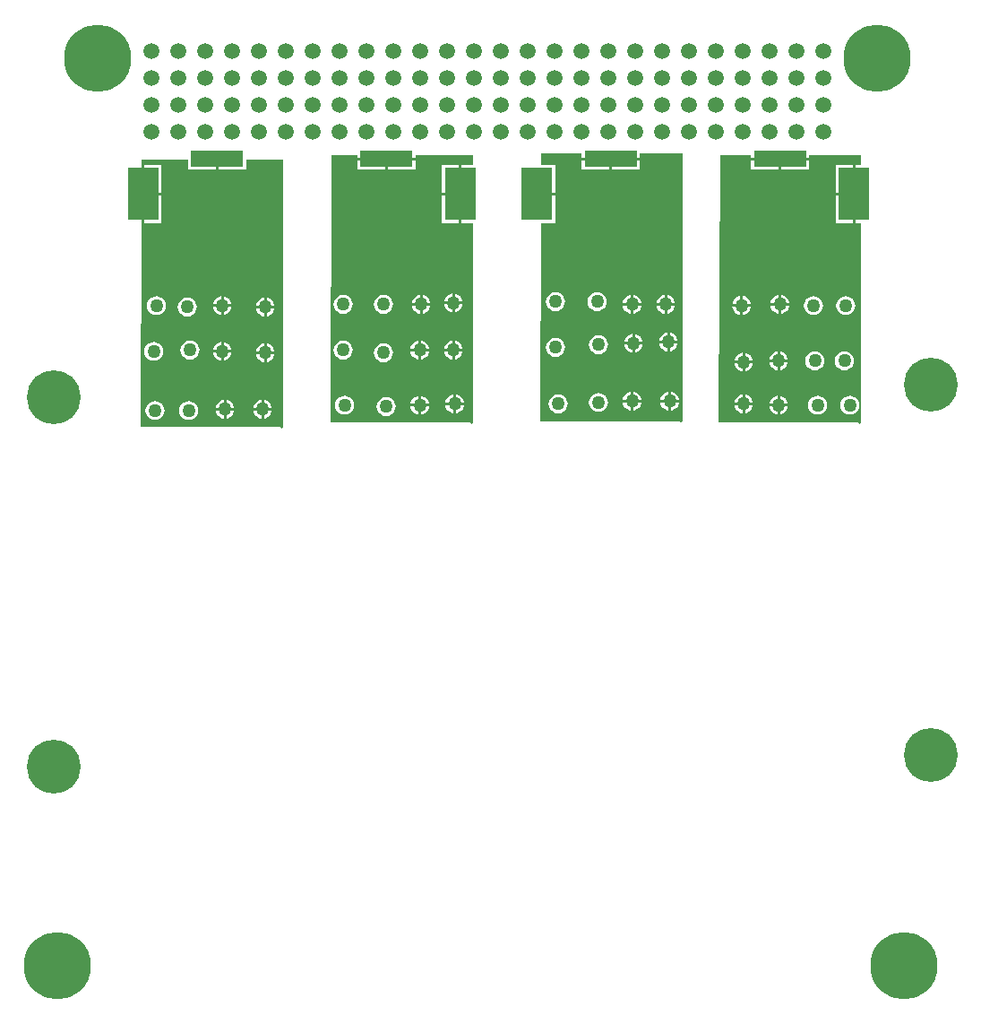
<source format=gbl>
%FSLAX44Y44*%
%MOMM*%
G71*
G01*
G75*
G04 Layer_Physical_Order=4*
G04 Layer_Color=16711680*
%ADD10R,5.0000X1.5000*%
%ADD11R,3.0000X5.0000*%
%ADD12C,0.2540*%
%ADD13C,1.2700*%
%ADD14C,2.5400*%
%ADD15C,6.3500*%
%ADD16C,5.0800*%
%ADD17C,1.5000*%
%ADD18C,1.2700*%
%ADD19C,1.0160*%
%ADD20C,4.1910*%
%ADD21C,4.0160*%
%ADD22C,1.9160*%
G04:AMPARAMS|DCode=23|XSize=2.424mm|YSize=2.424mm|CornerRadius=0mm|HoleSize=0mm|Usage=FLASHONLY|Rotation=0.000|XOffset=0mm|YOffset=0mm|HoleType=Round|Shape=Relief|Width=0.254mm|Gap=0.254mm|Entries=4|*
%AMTHD23*
7,0,0,2.4240,1.9160,0.2540,45*
%
%ADD23THD23*%
G04:AMPARAMS|DCode=24|XSize=2.2352mm|YSize=2.2352mm|CornerRadius=0mm|HoleSize=0mm|Usage=FLASHONLY|Rotation=0.000|XOffset=0mm|YOffset=0mm|HoleType=Round|Shape=Relief|Width=0.254mm|Gap=0.254mm|Entries=4|*
%AMTHD24*
7,0,0,2.2352,1.7272,0.2540,45*
%
%ADD24THD24*%
%ADD25C,1.7272*%
G36*
X434973Y807320D02*
X424460D01*
Y779780D01*
Y752240D01*
X434973D01*
Y564065D01*
X433703Y562795D01*
X432433Y564065D01*
X301253D01*
X300357Y564965D01*
X301623Y816795D01*
X325650D01*
Y814050D01*
X380730D01*
Y816795D01*
X434973D01*
Y807320D01*
D02*
G37*
G36*
X194460Y802740D02*
X220730D01*
Y812485D01*
X255281D01*
Y559755D01*
X254011Y558485D01*
X252741Y559755D01*
X121561D01*
X120666Y560655D01*
X121628Y752240D01*
X121920D01*
Y779780D01*
Y808210D01*
X121910Y808220D01*
X121931Y812485D01*
X165650D01*
Y802740D01*
X191920D01*
Y812780D01*
X194460D01*
Y802740D01*
D02*
G37*
G36*
X802003Y807320D02*
X796570D01*
Y779780D01*
Y752240D01*
X802003D01*
Y564065D01*
X800733Y562795D01*
X799463Y564065D01*
X668283D01*
X667387Y564965D01*
X668653Y816795D01*
X697760D01*
Y814050D01*
X752840D01*
Y816795D01*
X802003D01*
Y807320D01*
D02*
G37*
G36*
X633093Y565335D02*
X631823Y564065D01*
X630553Y565335D01*
X499373D01*
X498477Y566235D01*
X499412Y752240D01*
X512840D01*
Y778510D01*
X495300D01*
Y781050D01*
X512840D01*
Y807320D01*
X500589D01*
X499693Y808220D01*
X499743Y818065D01*
X537760D01*
Y814050D01*
X592840D01*
Y818065D01*
X633093D01*
Y565335D01*
D02*
G37*
%LPC*%
G36*
X786130Y631267D02*
X783809Y630961D01*
X781647Y630065D01*
X779790Y628640D01*
X778365Y626783D01*
X777469Y624621D01*
X777163Y622300D01*
X777469Y619979D01*
X778365Y617817D01*
X779790Y615960D01*
X781647Y614535D01*
X783809Y613639D01*
X786130Y613333D01*
X788451Y613639D01*
X790613Y614535D01*
X792470Y615960D01*
X793895Y617817D01*
X794791Y619979D01*
X795097Y622300D01*
X794791Y624621D01*
X793895Y626783D01*
X792470Y628640D01*
X790613Y630065D01*
X788451Y630961D01*
X786130Y631267D01*
D02*
G37*
G36*
X699679Y619760D02*
X692150D01*
Y612230D01*
X693201Y612369D01*
X695363Y613265D01*
X697220Y614690D01*
X698645Y616547D01*
X699541Y618709D01*
X699679Y619760D01*
D02*
G37*
G36*
X758190Y631267D02*
X755869Y630961D01*
X753707Y630065D01*
X751850Y628640D01*
X750425Y626783D01*
X749529Y624621D01*
X749223Y622300D01*
X749529Y619979D01*
X750425Y617817D01*
X751850Y615960D01*
X753707Y614535D01*
X755869Y613639D01*
X758190Y613333D01*
X760511Y613639D01*
X762673Y614535D01*
X764530Y615960D01*
X765955Y617817D01*
X766851Y619979D01*
X767157Y622300D01*
X766851Y624621D01*
X765955Y626783D01*
X764530Y628640D01*
X762673Y630065D01*
X760511Y630961D01*
X758190Y631267D01*
D02*
G37*
G36*
X722630Y621030D02*
X715100D01*
X715239Y619979D01*
X716135Y617817D01*
X717560Y615960D01*
X719417Y614535D01*
X721579Y613639D01*
X722630Y613501D01*
Y621030D01*
D02*
G37*
G36*
X237490Y628650D02*
X229960D01*
X230099Y627599D01*
X230995Y625437D01*
X232420Y623580D01*
X234277Y622155D01*
X236439Y621259D01*
X237490Y621120D01*
Y628650D01*
D02*
G37*
G36*
X247560D02*
X240030D01*
Y621120D01*
X241081Y621259D01*
X243243Y622155D01*
X245100Y623580D01*
X246525Y625437D01*
X247421Y627599D01*
X247560Y628650D01*
D02*
G37*
G36*
X732700Y621030D02*
X725170D01*
Y613501D01*
X726221Y613639D01*
X728383Y614535D01*
X730240Y615960D01*
X731665Y617817D01*
X732561Y619979D01*
X732700Y621030D01*
D02*
G37*
G36*
X350520Y638887D02*
X348199Y638581D01*
X346037Y637685D01*
X344180Y636260D01*
X342755Y634403D01*
X341859Y632241D01*
X341553Y629920D01*
X341859Y627599D01*
X342755Y625437D01*
X344180Y623580D01*
X346037Y622155D01*
X348199Y621259D01*
X350520Y620953D01*
X352841Y621259D01*
X355003Y622155D01*
X356860Y623580D01*
X358285Y625437D01*
X359181Y627599D01*
X359487Y629920D01*
X359181Y632241D01*
X358285Y634403D01*
X356860Y636260D01*
X355003Y637685D01*
X352841Y638581D01*
X350520Y638887D01*
D02*
G37*
G36*
X692150Y590460D02*
Y582930D01*
X699679D01*
X699541Y583981D01*
X698645Y586143D01*
X697220Y588000D01*
X695363Y589425D01*
X693201Y590321D01*
X692150Y590460D01*
D02*
G37*
G36*
X584200Y592999D02*
X583149Y592861D01*
X580987Y591965D01*
X579130Y590540D01*
X577705Y588683D01*
X576809Y586521D01*
X576670Y585470D01*
X584200D01*
Y592999D01*
D02*
G37*
G36*
X419100Y590460D02*
Y582930D01*
X426629D01*
X426491Y583981D01*
X425595Y586143D01*
X424170Y588000D01*
X422313Y589425D01*
X420151Y590321D01*
X419100Y590460D01*
D02*
G37*
G36*
X689610D02*
X688559Y590321D01*
X686397Y589425D01*
X684540Y588000D01*
X683115Y586143D01*
X682219Y583981D01*
X682081Y582930D01*
X689610D01*
Y590460D01*
D02*
G37*
G36*
X622300Y592999D02*
Y585470D01*
X629829D01*
X629691Y586521D01*
X628795Y588683D01*
X627370Y590540D01*
X625513Y591965D01*
X623351Y592861D01*
X622300Y592999D01*
D02*
G37*
G36*
X689610Y619760D02*
X682081D01*
X682219Y618709D01*
X683115Y616547D01*
X684540Y614690D01*
X686397Y613265D01*
X688559Y612369D01*
X689610Y612230D01*
Y619760D01*
D02*
G37*
G36*
X586740Y592999D02*
Y585470D01*
X594269D01*
X594131Y586521D01*
X593235Y588683D01*
X591810Y590540D01*
X589953Y591965D01*
X587791Y592861D01*
X586740Y592999D01*
D02*
G37*
G36*
X619760D02*
X618709Y592861D01*
X616547Y591965D01*
X614690Y590540D01*
X613265Y588683D01*
X612369Y586521D01*
X612230Y585470D01*
X619760D01*
Y592999D01*
D02*
G37*
G36*
X133350Y640157D02*
X131029Y639851D01*
X128867Y638955D01*
X127010Y637530D01*
X125585Y635673D01*
X124689Y633511D01*
X124383Y631190D01*
X124689Y628869D01*
X125585Y626707D01*
X127010Y624850D01*
X128867Y623425D01*
X131029Y622529D01*
X133350Y622223D01*
X135671Y622529D01*
X137833Y623425D01*
X139690Y624850D01*
X141115Y626707D01*
X142011Y628869D01*
X142317Y631190D01*
X142011Y633511D01*
X141115Y635673D01*
X139690Y637530D01*
X137833Y638955D01*
X135671Y639851D01*
X133350Y640157D01*
D02*
G37*
G36*
X415290Y631190D02*
X407761D01*
X407899Y630139D01*
X408795Y627977D01*
X410220Y626120D01*
X412077Y624695D01*
X414239Y623799D01*
X415290Y623661D01*
Y631190D01*
D02*
G37*
G36*
X425359D02*
X417830D01*
Y623661D01*
X418881Y623799D01*
X421043Y624695D01*
X422900Y626120D01*
X424325Y627977D01*
X425221Y630139D01*
X425359Y631190D01*
D02*
G37*
G36*
X383540D02*
X376011D01*
X376149Y630139D01*
X377045Y627977D01*
X378470Y626120D01*
X380327Y624695D01*
X382489Y623799D01*
X383540Y623661D01*
Y631190D01*
D02*
G37*
G36*
X393610D02*
X386080D01*
Y623661D01*
X387131Y623799D01*
X389293Y624695D01*
X391150Y626120D01*
X392575Y627977D01*
X393471Y630139D01*
X393610Y631190D01*
D02*
G37*
G36*
X585470Y637540D02*
X577940D01*
X578079Y636489D01*
X578975Y634327D01*
X580400Y632470D01*
X582257Y631045D01*
X584419Y630149D01*
X585470Y630010D01*
Y637540D01*
D02*
G37*
G36*
X595540D02*
X588010D01*
Y630010D01*
X589061Y630149D01*
X591223Y631045D01*
X593080Y632470D01*
X594505Y634327D01*
X595401Y636489D01*
X595540Y637540D01*
D02*
G37*
G36*
X513080Y643967D02*
X510759Y643661D01*
X508597Y642765D01*
X506740Y641340D01*
X505315Y639483D01*
X504419Y637321D01*
X504113Y635000D01*
X504419Y632679D01*
X505315Y630517D01*
X506740Y628660D01*
X508597Y627235D01*
X510759Y626339D01*
X513080Y626033D01*
X515401Y626339D01*
X517563Y627235D01*
X519420Y628660D01*
X520845Y630517D01*
X521741Y632679D01*
X522047Y635000D01*
X521741Y637321D01*
X520845Y639483D01*
X519420Y641340D01*
X517563Y642765D01*
X515401Y643661D01*
X513080Y643967D01*
D02*
G37*
G36*
X553720Y646507D02*
X551399Y646201D01*
X549237Y645305D01*
X547380Y643880D01*
X545955Y642023D01*
X545059Y639861D01*
X544753Y637540D01*
X545059Y635219D01*
X545955Y633057D01*
X547380Y631200D01*
X549237Y629775D01*
X551399Y628879D01*
X553720Y628573D01*
X556041Y628879D01*
X558203Y629775D01*
X560060Y631200D01*
X561485Y633057D01*
X562381Y635219D01*
X562687Y637540D01*
X562381Y639861D01*
X561485Y642023D01*
X560060Y643880D01*
X558203Y645305D01*
X556041Y646201D01*
X553720Y646507D01*
D02*
G37*
G36*
X196850Y629920D02*
X189321D01*
X189459Y628869D01*
X190355Y626707D01*
X191780Y624850D01*
X193637Y623425D01*
X195799Y622529D01*
X196850Y622391D01*
Y629920D01*
D02*
G37*
G36*
X206919D02*
X199390D01*
Y622391D01*
X200441Y622529D01*
X202603Y623425D01*
X204460Y624850D01*
X205885Y626707D01*
X206781Y628869D01*
X206919Y629920D01*
D02*
G37*
G36*
X689610Y629829D02*
X688559Y629691D01*
X686397Y628795D01*
X684540Y627370D01*
X683115Y625513D01*
X682219Y623351D01*
X682081Y622300D01*
X689610D01*
Y629829D01*
D02*
G37*
G36*
X692150D02*
Y622300D01*
X699679D01*
X699541Y623351D01*
X698645Y625513D01*
X697220Y627370D01*
X695363Y628795D01*
X693201Y629691D01*
X692150Y629829D01*
D02*
G37*
G36*
X722630Y631100D02*
X721579Y630961D01*
X719417Y630065D01*
X717560Y628640D01*
X716135Y626783D01*
X715239Y624621D01*
X715100Y623570D01*
X722630D01*
Y631100D01*
D02*
G37*
G36*
X725170D02*
Y623570D01*
X732700D01*
X732561Y624621D01*
X731665Y626783D01*
X730240Y628640D01*
X728383Y630065D01*
X726221Y630961D01*
X725170Y631100D01*
D02*
G37*
G36*
X167640Y641427D02*
X165319Y641121D01*
X163157Y640225D01*
X161300Y638800D01*
X159875Y636943D01*
X158979Y634781D01*
X158673Y632460D01*
X158979Y630139D01*
X159875Y627977D01*
X161300Y626120D01*
X163157Y624695D01*
X165319Y623799D01*
X167640Y623493D01*
X169961Y623799D01*
X172123Y624695D01*
X173980Y626120D01*
X175405Y627977D01*
X176301Y630139D01*
X176607Y632460D01*
X176301Y634781D01*
X175405Y636943D01*
X173980Y638800D01*
X172123Y640225D01*
X169961Y641121D01*
X167640Y641427D01*
D02*
G37*
G36*
X312420D02*
X310099Y641121D01*
X307937Y640225D01*
X306080Y638800D01*
X304655Y636943D01*
X303759Y634781D01*
X303453Y632460D01*
X303759Y630139D01*
X304655Y627977D01*
X306080Y626120D01*
X307937Y624695D01*
X310099Y623799D01*
X312420Y623493D01*
X314741Y623799D01*
X316903Y624695D01*
X318760Y626120D01*
X320185Y627977D01*
X321081Y630139D01*
X321387Y632460D01*
X321081Y634781D01*
X320185Y636943D01*
X318760Y638800D01*
X316903Y640225D01*
X314741Y641121D01*
X312420Y641427D01*
D02*
G37*
G36*
X383540Y579120D02*
X376011D01*
X376149Y578069D01*
X377045Y575907D01*
X378470Y574050D01*
X380327Y572625D01*
X382489Y571729D01*
X383540Y571590D01*
Y579120D01*
D02*
G37*
G36*
X393610D02*
X386080D01*
Y571590D01*
X387131Y571729D01*
X389293Y572625D01*
X391150Y574050D01*
X392575Y575907D01*
X393471Y578069D01*
X393610Y579120D01*
D02*
G37*
G36*
X760730Y589357D02*
X758409Y589051D01*
X756247Y588155D01*
X754390Y586730D01*
X752965Y584873D01*
X752069Y582711D01*
X751763Y580390D01*
X752069Y578069D01*
X752965Y575907D01*
X754390Y574050D01*
X756247Y572625D01*
X758409Y571729D01*
X760730Y571423D01*
X763051Y571729D01*
X765213Y572625D01*
X767070Y574050D01*
X768495Y575907D01*
X769391Y578069D01*
X769697Y580390D01*
X769391Y582711D01*
X768495Y584873D01*
X767070Y586730D01*
X765213Y588155D01*
X763051Y589051D01*
X760730Y589357D01*
D02*
G37*
G36*
X791210D02*
X788889Y589051D01*
X786727Y588155D01*
X784870Y586730D01*
X783445Y584873D01*
X782549Y582711D01*
X782243Y580390D01*
X782549Y578069D01*
X783445Y575907D01*
X784870Y574050D01*
X786727Y572625D01*
X788889Y571729D01*
X791210Y571423D01*
X793531Y571729D01*
X795693Y572625D01*
X797550Y574050D01*
X798975Y575907D01*
X799871Y578069D01*
X800177Y580390D01*
X799871Y582711D01*
X798975Y584873D01*
X797550Y586730D01*
X795693Y588155D01*
X793531Y589051D01*
X791210Y589357D01*
D02*
G37*
G36*
X515620Y590627D02*
X513299Y590321D01*
X511137Y589425D01*
X509280Y588000D01*
X507855Y586143D01*
X506959Y583981D01*
X506653Y581660D01*
X506959Y579339D01*
X507855Y577177D01*
X509280Y575320D01*
X511137Y573895D01*
X513299Y572999D01*
X515620Y572693D01*
X517941Y572999D01*
X520103Y573895D01*
X521960Y575320D01*
X523385Y577177D01*
X524281Y579339D01*
X524587Y581660D01*
X524281Y583981D01*
X523385Y586143D01*
X521960Y588000D01*
X520103Y589425D01*
X517941Y590321D01*
X515620Y590627D01*
D02*
G37*
G36*
X416560Y580390D02*
X409030D01*
X409169Y579339D01*
X410065Y577177D01*
X411490Y575320D01*
X413347Y573895D01*
X415509Y572999D01*
X416560Y572860D01*
Y580390D01*
D02*
G37*
G36*
X722630Y579120D02*
X715100D01*
X715239Y578069D01*
X716135Y575907D01*
X717560Y574050D01*
X719417Y572625D01*
X721579Y571729D01*
X722630Y571590D01*
Y579120D01*
D02*
G37*
G36*
X732700D02*
X725170D01*
Y571590D01*
X726221Y571729D01*
X728383Y572625D01*
X730240Y574050D01*
X731665Y575907D01*
X732561Y578069D01*
X732700Y579120D01*
D02*
G37*
G36*
X199390Y575310D02*
X191861D01*
X191999Y574259D01*
X192895Y572097D01*
X194320Y570240D01*
X196177Y568815D01*
X198339Y567919D01*
X199390Y567780D01*
Y575310D01*
D02*
G37*
G36*
X209459D02*
X201930D01*
Y567780D01*
X202981Y567919D01*
X205143Y568815D01*
X207000Y570240D01*
X208425Y572097D01*
X209321Y574259D01*
X209459Y575310D01*
D02*
G37*
G36*
X134620Y584277D02*
X132299Y583971D01*
X130137Y583075D01*
X128280Y581650D01*
X126855Y579793D01*
X125959Y577631D01*
X125653Y575310D01*
X125959Y572989D01*
X126855Y570827D01*
X128280Y568970D01*
X130137Y567545D01*
X132299Y566649D01*
X134620Y566343D01*
X136941Y566649D01*
X139103Y567545D01*
X140960Y568970D01*
X142385Y570827D01*
X143281Y572989D01*
X143587Y575310D01*
X143281Y577631D01*
X142385Y579793D01*
X140960Y581650D01*
X139103Y583075D01*
X136941Y583971D01*
X134620Y584277D01*
D02*
G37*
G36*
X166370D02*
X164049Y583971D01*
X161887Y583075D01*
X160030Y581650D01*
X158605Y579793D01*
X157709Y577631D01*
X157403Y575310D01*
X157709Y572989D01*
X158605Y570827D01*
X160030Y568970D01*
X161887Y567545D01*
X164049Y566649D01*
X166370Y566343D01*
X168691Y566649D01*
X170853Y567545D01*
X172710Y568970D01*
X174135Y570827D01*
X175031Y572989D01*
X175337Y575310D01*
X175031Y577631D01*
X174135Y579793D01*
X172710Y581650D01*
X170853Y583075D01*
X168691Y583971D01*
X166370Y584277D01*
D02*
G37*
G36*
X353060Y588087D02*
X350739Y587781D01*
X348577Y586885D01*
X346720Y585460D01*
X345295Y583603D01*
X344399Y581441D01*
X344093Y579120D01*
X344399Y576799D01*
X345295Y574637D01*
X346720Y572780D01*
X348577Y571355D01*
X350739Y570459D01*
X353060Y570153D01*
X355381Y570459D01*
X357543Y571355D01*
X359400Y572780D01*
X360825Y574637D01*
X361721Y576799D01*
X362027Y579120D01*
X361721Y581441D01*
X360825Y583603D01*
X359400Y585460D01*
X357543Y586885D01*
X355381Y587781D01*
X353060Y588087D01*
D02*
G37*
G36*
X313690Y589357D02*
X311369Y589051D01*
X309207Y588155D01*
X307350Y586730D01*
X305925Y584873D01*
X305029Y582711D01*
X304723Y580390D01*
X305029Y578069D01*
X305925Y575907D01*
X307350Y574050D01*
X309207Y572625D01*
X311369Y571729D01*
X313690Y571423D01*
X316011Y571729D01*
X318173Y572625D01*
X320030Y574050D01*
X321455Y575907D01*
X322351Y578069D01*
X322657Y580390D01*
X322351Y582711D01*
X321455Y584873D01*
X320030Y586730D01*
X318173Y588155D01*
X316011Y589051D01*
X313690Y589357D01*
D02*
G37*
G36*
X234950Y575310D02*
X227421D01*
X227559Y574259D01*
X228455Y572097D01*
X229880Y570240D01*
X231737Y568815D01*
X233899Y567919D01*
X234950Y567780D01*
Y575310D01*
D02*
G37*
G36*
X245019D02*
X237490D01*
Y567780D01*
X238541Y567919D01*
X240703Y568815D01*
X242560Y570240D01*
X243985Y572097D01*
X244881Y574259D01*
X245019Y575310D01*
D02*
G37*
G36*
X426629Y580390D02*
X419100D01*
Y572860D01*
X420151Y572999D01*
X422313Y573895D01*
X424170Y575320D01*
X425595Y577177D01*
X426491Y579339D01*
X426629Y580390D01*
D02*
G37*
G36*
X237490Y585379D02*
Y577850D01*
X245019D01*
X244881Y578901D01*
X243985Y581063D01*
X242560Y582920D01*
X240703Y584345D01*
X238541Y585241D01*
X237490Y585379D01*
D02*
G37*
G36*
X383540Y589189D02*
X382489Y589051D01*
X380327Y588155D01*
X378470Y586730D01*
X377045Y584873D01*
X376149Y582711D01*
X376011Y581660D01*
X383540D01*
Y589189D01*
D02*
G37*
G36*
X201930Y585379D02*
Y577850D01*
X209459D01*
X209321Y578901D01*
X208425Y581063D01*
X207000Y582920D01*
X205143Y584345D01*
X202981Y585241D01*
X201930Y585379D01*
D02*
G37*
G36*
X234950D02*
X233899Y585241D01*
X231737Y584345D01*
X229880Y582920D01*
X228455Y581063D01*
X227559Y578901D01*
X227421Y577850D01*
X234950D01*
Y585379D01*
D02*
G37*
G36*
X725170Y589189D02*
Y581660D01*
X732700D01*
X732561Y582711D01*
X731665Y584873D01*
X730240Y586730D01*
X728383Y588155D01*
X726221Y589051D01*
X725170Y589189D01*
D02*
G37*
G36*
X416560Y590460D02*
X415509Y590321D01*
X413347Y589425D01*
X411490Y588000D01*
X410065Y586143D01*
X409169Y583981D01*
X409030Y582930D01*
X416560D01*
Y590460D01*
D02*
G37*
G36*
X386080Y589189D02*
Y581660D01*
X393610D01*
X393471Y582711D01*
X392575Y584873D01*
X391150Y586730D01*
X389293Y588155D01*
X387131Y589051D01*
X386080Y589189D01*
D02*
G37*
G36*
X722630D02*
X721579Y589051D01*
X719417Y588155D01*
X717560Y586730D01*
X716135Y584873D01*
X715239Y582711D01*
X715100Y581660D01*
X722630D01*
Y589189D01*
D02*
G37*
G36*
X553720Y591897D02*
X551399Y591591D01*
X549237Y590695D01*
X547380Y589270D01*
X545955Y587413D01*
X545059Y585251D01*
X544753Y582930D01*
X545059Y580609D01*
X545955Y578447D01*
X547380Y576590D01*
X549237Y575165D01*
X551399Y574269D01*
X553720Y573963D01*
X556041Y574269D01*
X558203Y575165D01*
X560060Y576590D01*
X561485Y578447D01*
X562381Y580609D01*
X562687Y582930D01*
X562381Y585251D01*
X561485Y587413D01*
X560060Y589270D01*
X558203Y590695D01*
X556041Y591591D01*
X553720Y591897D01*
D02*
G37*
G36*
X584200Y582930D02*
X576670D01*
X576809Y581879D01*
X577705Y579717D01*
X579130Y577860D01*
X580987Y576435D01*
X583149Y575539D01*
X584200Y575401D01*
Y582930D01*
D02*
G37*
G36*
X689610Y580390D02*
X682081D01*
X682219Y579339D01*
X683115Y577177D01*
X684540Y575320D01*
X686397Y573895D01*
X688559Y572999D01*
X689610Y572860D01*
Y580390D01*
D02*
G37*
G36*
X699679D02*
X692150D01*
Y572860D01*
X693201Y572999D01*
X695363Y573895D01*
X697220Y575320D01*
X698645Y577177D01*
X699541Y579339D01*
X699679Y580390D01*
D02*
G37*
G36*
X629829Y582930D02*
X622300D01*
Y575401D01*
X623351Y575539D01*
X625513Y576435D01*
X627370Y577860D01*
X628795Y579717D01*
X629691Y581879D01*
X629829Y582930D01*
D02*
G37*
G36*
X199390Y585379D02*
X198339Y585241D01*
X196177Y584345D01*
X194320Y582920D01*
X192895Y581063D01*
X191999Y578901D01*
X191861Y577850D01*
X199390D01*
Y585379D01*
D02*
G37*
G36*
X594269Y582930D02*
X586740D01*
Y575401D01*
X587791Y575539D01*
X589953Y576435D01*
X591810Y577860D01*
X593235Y579717D01*
X594131Y581879D01*
X594269Y582930D01*
D02*
G37*
G36*
X619760D02*
X612230D01*
X612369Y581879D01*
X613265Y579717D01*
X614690Y577860D01*
X616547Y576435D01*
X618709Y575539D01*
X619760Y575401D01*
Y582930D01*
D02*
G37*
G36*
X690207Y683315D02*
Y675785D01*
X697736D01*
X697598Y676836D01*
X696702Y678999D01*
X695277Y680856D01*
X693420Y682281D01*
X691257Y683177D01*
X690207Y683315D01*
D02*
G37*
G36*
X384810Y684439D02*
X383759Y684301D01*
X381597Y683405D01*
X379740Y681980D01*
X378315Y680123D01*
X377419Y677961D01*
X377281Y676910D01*
X384810D01*
Y684439D01*
D02*
G37*
G36*
X199390Y683169D02*
Y675640D01*
X206919D01*
X206781Y676691D01*
X205885Y678853D01*
X204460Y680710D01*
X202603Y682135D01*
X200441Y683031D01*
X199390Y683169D01*
D02*
G37*
G36*
X687667Y683315D02*
X686616Y683177D01*
X684453Y682281D01*
X682596Y680856D01*
X681171Y678999D01*
X680275Y676836D01*
X680137Y675785D01*
X687667D01*
Y683315D01*
D02*
G37*
G36*
X586740Y684439D02*
Y676910D01*
X594269D01*
X594131Y677961D01*
X593235Y680123D01*
X591810Y681980D01*
X589953Y683405D01*
X587791Y684301D01*
X586740Y684439D01*
D02*
G37*
G36*
X615950D02*
X614899Y684301D01*
X612737Y683405D01*
X610880Y681980D01*
X609455Y680123D01*
X608559Y677961D01*
X608420Y676910D01*
X615950D01*
Y684439D01*
D02*
G37*
G36*
X387350D02*
Y676910D01*
X394879D01*
X394741Y677961D01*
X393845Y680123D01*
X392420Y681980D01*
X390563Y683405D01*
X388401Y684301D01*
X387350Y684439D01*
D02*
G37*
G36*
X584200D02*
X583149Y684301D01*
X580987Y683405D01*
X579130Y681980D01*
X577705Y680123D01*
X576809Y677961D01*
X576670Y676910D01*
X584200D01*
Y684439D01*
D02*
G37*
G36*
X425359Y675640D02*
X417830D01*
Y668111D01*
X418881Y668249D01*
X421043Y669145D01*
X422900Y670570D01*
X424325Y672427D01*
X425221Y674589D01*
X425359Y675640D01*
D02*
G37*
G36*
X513080Y687147D02*
X510759Y686841D01*
X508597Y685945D01*
X506740Y684520D01*
X505315Y682663D01*
X504419Y680501D01*
X504113Y678180D01*
X504419Y675859D01*
X505315Y673697D01*
X506740Y671840D01*
X508597Y670415D01*
X510759Y669519D01*
X513080Y669213D01*
X515401Y669519D01*
X517563Y670415D01*
X519420Y671840D01*
X520845Y673697D01*
X521741Y675859D01*
X522047Y678180D01*
X521741Y680501D01*
X520845Y682663D01*
X519420Y684520D01*
X517563Y685945D01*
X515401Y686841D01*
X513080Y687147D01*
D02*
G37*
G36*
X733969Y674370D02*
X726440D01*
Y666841D01*
X727491Y666979D01*
X729653Y667875D01*
X731510Y669300D01*
X732935Y671157D01*
X733831Y673319D01*
X733969Y674370D01*
D02*
G37*
G36*
X415290Y675640D02*
X407761D01*
X407899Y674589D01*
X408795Y672427D01*
X410220Y670570D01*
X412077Y669145D01*
X414239Y668249D01*
X415290Y668111D01*
Y675640D01*
D02*
G37*
G36*
X240030Y681899D02*
Y674370D01*
X247560D01*
X247421Y675421D01*
X246525Y677583D01*
X245100Y679440D01*
X243243Y680865D01*
X241081Y681761D01*
X240030Y681899D01*
D02*
G37*
G36*
X196850Y683169D02*
X195799Y683031D01*
X193637Y682135D01*
X191780Y680710D01*
X190355Y678853D01*
X189459Y676691D01*
X189321Y675640D01*
X196850D01*
Y683169D01*
D02*
G37*
G36*
X552450Y687147D02*
X550129Y686841D01*
X547967Y685945D01*
X546110Y684520D01*
X544685Y682663D01*
X543789Y680501D01*
X543483Y678180D01*
X543789Y675859D01*
X544685Y673697D01*
X546110Y671840D01*
X547967Y670415D01*
X550129Y669519D01*
X552450Y669213D01*
X554771Y669519D01*
X556933Y670415D01*
X558790Y671840D01*
X560215Y673697D01*
X561111Y675859D01*
X561417Y678180D01*
X561111Y680501D01*
X560215Y682663D01*
X558790Y684520D01*
X556933Y685945D01*
X554771Y686841D01*
X552450Y687147D01*
D02*
G37*
G36*
X237490Y681899D02*
X236439Y681761D01*
X234277Y680865D01*
X232420Y679440D01*
X230995Y677583D01*
X230099Y675421D01*
X229960Y674370D01*
X237490D01*
Y681899D01*
D02*
G37*
G36*
X618490Y684439D02*
Y676910D01*
X626020D01*
X625881Y677961D01*
X624985Y680123D01*
X623560Y681980D01*
X621703Y683405D01*
X619541Y684301D01*
X618490Y684439D01*
D02*
G37*
G36*
X351920Y811510D02*
X325650D01*
Y802740D01*
X351920D01*
Y811510D01*
D02*
G37*
G36*
X380730D02*
X354460D01*
Y802740D01*
X380730D01*
Y811510D01*
D02*
G37*
G36*
X421920Y807320D02*
X405650D01*
Y781050D01*
X421920D01*
Y807320D01*
D02*
G37*
G36*
X794030D02*
X777760D01*
Y781050D01*
X794030D01*
Y807320D01*
D02*
G37*
G36*
X724030Y811510D02*
X697760D01*
Y802740D01*
X724030D01*
Y811510D01*
D02*
G37*
G36*
X752840D02*
X726570D01*
Y802740D01*
X752840D01*
Y811510D01*
D02*
G37*
G36*
X564030D02*
X537760D01*
Y802740D01*
X564030D01*
Y811510D01*
D02*
G37*
G36*
X592840D02*
X566570D01*
Y802740D01*
X592840D01*
Y811510D01*
D02*
G37*
G36*
X415290Y685710D02*
X414239Y685571D01*
X412077Y684675D01*
X410220Y683250D01*
X408795Y681393D01*
X407899Y679231D01*
X407761Y678180D01*
X415290D01*
Y685710D01*
D02*
G37*
G36*
X417830D02*
Y678180D01*
X425359D01*
X425221Y679231D01*
X424325Y681393D01*
X422900Y683250D01*
X421043Y684675D01*
X418881Y685571D01*
X417830Y685710D01*
D02*
G37*
G36*
X723900Y684439D02*
X722849Y684301D01*
X720687Y683405D01*
X718830Y681980D01*
X717405Y680123D01*
X716509Y677961D01*
X716370Y676910D01*
X723900D01*
Y684439D01*
D02*
G37*
G36*
X726440D02*
Y676910D01*
X733969D01*
X733831Y677961D01*
X732935Y680123D01*
X731510Y681980D01*
X729653Y683405D01*
X727491Y684301D01*
X726440Y684439D01*
D02*
G37*
G36*
X794030Y778510D02*
X777760D01*
Y752240D01*
X794030D01*
Y778510D01*
D02*
G37*
G36*
X140730Y807320D02*
X124460D01*
Y781050D01*
X140730D01*
Y807320D01*
D02*
G37*
G36*
Y778510D02*
X124460D01*
Y752240D01*
X140730D01*
Y778510D01*
D02*
G37*
G36*
X421920D02*
X405650D01*
Y752240D01*
X421920D01*
Y778510D01*
D02*
G37*
G36*
X585470Y647609D02*
X584419Y647471D01*
X582257Y646575D01*
X580400Y645150D01*
X578975Y643293D01*
X578079Y641131D01*
X577940Y640080D01*
X585470D01*
Y647609D01*
D02*
G37*
G36*
X588010D02*
Y640080D01*
X595540D01*
X595401Y641131D01*
X594505Y643293D01*
X593080Y645150D01*
X591223Y646575D01*
X589061Y647471D01*
X588010Y647609D01*
D02*
G37*
G36*
X415290Y641260D02*
X414239Y641121D01*
X412077Y640225D01*
X410220Y638800D01*
X408795Y636943D01*
X407899Y634781D01*
X407761Y633730D01*
X415290D01*
Y641260D01*
D02*
G37*
G36*
X417830D02*
Y633730D01*
X425359D01*
X425221Y634781D01*
X424325Y636943D01*
X422900Y638800D01*
X421043Y640225D01*
X418881Y641121D01*
X417830Y641260D01*
D02*
G37*
G36*
X165100Y682067D02*
X162779Y681761D01*
X160617Y680865D01*
X158760Y679440D01*
X157335Y677583D01*
X156439Y675421D01*
X156133Y673100D01*
X156439Y670779D01*
X157335Y668617D01*
X158760Y666760D01*
X160617Y665335D01*
X162779Y664439D01*
X165100Y664133D01*
X167421Y664439D01*
X169583Y665335D01*
X171440Y666760D01*
X172865Y668617D01*
X173761Y670779D01*
X174067Y673100D01*
X173761Y675421D01*
X172865Y677583D01*
X171440Y679440D01*
X169583Y680865D01*
X167421Y681761D01*
X165100Y682067D01*
D02*
G37*
G36*
X237490Y671830D02*
X229960D01*
X230099Y670779D01*
X230995Y668617D01*
X232420Y666760D01*
X234277Y665335D01*
X236439Y664439D01*
X237490Y664301D01*
Y671830D01*
D02*
G37*
G36*
X618490Y648879D02*
X617439Y648741D01*
X615277Y647845D01*
X613420Y646420D01*
X611995Y644563D01*
X611099Y642401D01*
X610961Y641350D01*
X618490D01*
Y648879D01*
D02*
G37*
G36*
X621030D02*
Y641350D01*
X628559D01*
X628421Y642401D01*
X627525Y644563D01*
X626100Y646420D01*
X624243Y647845D01*
X622081Y648741D01*
X621030Y648879D01*
D02*
G37*
G36*
X618490Y638810D02*
X610961D01*
X611099Y637759D01*
X611995Y635597D01*
X613420Y633740D01*
X615277Y632315D01*
X617439Y631419D01*
X618490Y631281D01*
Y638810D01*
D02*
G37*
G36*
X628559D02*
X621030D01*
Y631281D01*
X622081Y631419D01*
X624243Y632315D01*
X626100Y633740D01*
X627525Y635597D01*
X628421Y637759D01*
X628559Y638810D01*
D02*
G37*
G36*
X237490Y638719D02*
X236439Y638581D01*
X234277Y637685D01*
X232420Y636260D01*
X230995Y634403D01*
X230099Y632241D01*
X229960Y631190D01*
X237490D01*
Y638719D01*
D02*
G37*
G36*
X240030D02*
Y631190D01*
X247560D01*
X247421Y632241D01*
X246525Y634403D01*
X245100Y636260D01*
X243243Y637685D01*
X241081Y638581D01*
X240030Y638719D01*
D02*
G37*
G36*
X383540Y641260D02*
X382489Y641121D01*
X380327Y640225D01*
X378470Y638800D01*
X377045Y636943D01*
X376149Y634781D01*
X376011Y633730D01*
X383540D01*
Y641260D01*
D02*
G37*
G36*
X386080D02*
Y633730D01*
X393610D01*
X393471Y634781D01*
X392575Y636943D01*
X391150Y638800D01*
X389293Y640225D01*
X387131Y641121D01*
X386080Y641260D01*
D02*
G37*
G36*
X196850Y639990D02*
X195799Y639851D01*
X193637Y638955D01*
X191780Y637530D01*
X190355Y635673D01*
X189459Y633511D01*
X189321Y632460D01*
X196850D01*
Y639990D01*
D02*
G37*
G36*
X199390D02*
Y632460D01*
X206919D01*
X206781Y633511D01*
X205885Y635673D01*
X204460Y637530D01*
X202603Y638955D01*
X200441Y639851D01*
X199390Y639990D01*
D02*
G37*
G36*
X247560Y671830D02*
X240030D01*
Y664301D01*
X241081Y664439D01*
X243243Y665335D01*
X245100Y666760D01*
X246525Y668617D01*
X247421Y670779D01*
X247560Y671830D01*
D02*
G37*
G36*
X394879Y674370D02*
X387350D01*
Y666841D01*
X388401Y666979D01*
X390563Y667875D01*
X392420Y669300D01*
X393845Y671157D01*
X394741Y673319D01*
X394879Y674370D01*
D02*
G37*
G36*
X584200D02*
X576670D01*
X576809Y673319D01*
X577705Y671157D01*
X579130Y669300D01*
X580987Y667875D01*
X583149Y666979D01*
X584200Y666841D01*
Y674370D01*
D02*
G37*
G36*
X350520Y684607D02*
X348199Y684301D01*
X346037Y683405D01*
X344180Y681980D01*
X342755Y680123D01*
X341859Y677961D01*
X341553Y675640D01*
X341859Y673319D01*
X342755Y671157D01*
X344180Y669300D01*
X346037Y667875D01*
X348199Y666979D01*
X350520Y666673D01*
X352841Y666979D01*
X355003Y667875D01*
X356860Y669300D01*
X358285Y671157D01*
X359181Y673319D01*
X359487Y675640D01*
X359181Y677961D01*
X358285Y680123D01*
X356860Y681980D01*
X355003Y683405D01*
X352841Y684301D01*
X350520Y684607D01*
D02*
G37*
G36*
X384810Y674370D02*
X377281D01*
X377419Y673319D01*
X378315Y671157D01*
X379740Y669300D01*
X381597Y667875D01*
X383759Y666979D01*
X384810Y666841D01*
Y674370D01*
D02*
G37*
G36*
X626020D02*
X618490D01*
Y666841D01*
X619541Y666979D01*
X621703Y667875D01*
X623560Y669300D01*
X624985Y671157D01*
X625881Y673319D01*
X626020Y674370D01*
D02*
G37*
G36*
X723900D02*
X716370D01*
X716509Y673319D01*
X717405Y671157D01*
X718830Y669300D01*
X720687Y667875D01*
X722849Y666979D01*
X723900Y666841D01*
Y674370D01*
D02*
G37*
G36*
X594269D02*
X586740D01*
Y666841D01*
X587791Y666979D01*
X589953Y667875D01*
X591810Y669300D01*
X593235Y671157D01*
X594131Y673319D01*
X594269Y674370D01*
D02*
G37*
G36*
X615950D02*
X608420D01*
X608559Y673319D01*
X609455Y671157D01*
X610880Y669300D01*
X612737Y667875D01*
X614899Y666979D01*
X615950Y666841D01*
Y674370D01*
D02*
G37*
G36*
X787400Y683337D02*
X785079Y683031D01*
X782917Y682135D01*
X781060Y680710D01*
X779635Y678853D01*
X778739Y676691D01*
X778433Y674370D01*
X778739Y672049D01*
X779635Y669887D01*
X781060Y668030D01*
X782917Y666605D01*
X785079Y665709D01*
X787400Y665403D01*
X789721Y665709D01*
X791883Y666605D01*
X793740Y668030D01*
X795165Y669887D01*
X796061Y672049D01*
X796367Y674370D01*
X796061Y676691D01*
X795165Y678853D01*
X793740Y680710D01*
X791883Y682135D01*
X789721Y683031D01*
X787400Y683337D01*
D02*
G37*
G36*
X196850Y673100D02*
X189321D01*
X189459Y672049D01*
X190355Y669887D01*
X191780Y668030D01*
X193637Y666605D01*
X195799Y665709D01*
X196850Y665571D01*
Y673100D01*
D02*
G37*
G36*
X135890Y683337D02*
X133569Y683031D01*
X131407Y682135D01*
X129550Y680710D01*
X128125Y678853D01*
X127229Y676691D01*
X126923Y674370D01*
X127229Y672049D01*
X128125Y669887D01*
X129550Y668030D01*
X131407Y666605D01*
X133569Y665709D01*
X135890Y665403D01*
X138211Y665709D01*
X140373Y666605D01*
X142230Y668030D01*
X143655Y669887D01*
X144551Y672049D01*
X144857Y674370D01*
X144551Y676691D01*
X143655Y678853D01*
X142230Y680710D01*
X140373Y682135D01*
X138211Y683031D01*
X135890Y683337D01*
D02*
G37*
G36*
X756830D02*
X754509Y683031D01*
X752346Y682135D01*
X750489Y680710D01*
X749064Y678853D01*
X748168Y676691D01*
X747863Y674370D01*
X748168Y672049D01*
X749064Y669887D01*
X750489Y668030D01*
X752346Y666605D01*
X754509Y665709D01*
X756830Y665403D01*
X759150Y665709D01*
X761313Y666605D01*
X763170Y668030D01*
X764595Y669887D01*
X765491Y672049D01*
X765796Y674370D01*
X765491Y676691D01*
X764595Y678853D01*
X763170Y680710D01*
X761313Y682135D01*
X759150Y683031D01*
X756830Y683337D01*
D02*
G37*
G36*
X697736Y673245D02*
X690207D01*
Y665716D01*
X691257Y665854D01*
X693420Y666750D01*
X695277Y668175D01*
X696702Y670032D01*
X697598Y672195D01*
X697736Y673245D01*
D02*
G37*
G36*
X312420Y684607D02*
X310099Y684301D01*
X307937Y683405D01*
X306080Y681980D01*
X304655Y680123D01*
X303759Y677961D01*
X303453Y675640D01*
X303759Y673319D01*
X304655Y671157D01*
X306080Y669300D01*
X307937Y667875D01*
X310099Y666979D01*
X312420Y666673D01*
X314741Y666979D01*
X316903Y667875D01*
X318760Y669300D01*
X320185Y671157D01*
X321081Y673319D01*
X321387Y675640D01*
X321081Y677961D01*
X320185Y680123D01*
X318760Y681980D01*
X316903Y683405D01*
X314741Y684301D01*
X312420Y684607D01*
D02*
G37*
G36*
X206919Y673100D02*
X199390D01*
Y665571D01*
X200441Y665709D01*
X202603Y666605D01*
X204460Y668030D01*
X205885Y669887D01*
X206781Y672049D01*
X206919Y673100D01*
D02*
G37*
G36*
X687667Y673245D02*
X680137D01*
X680275Y672195D01*
X681171Y670032D01*
X682596Y668175D01*
X684453Y666750D01*
X686616Y665854D01*
X687667Y665716D01*
Y673245D01*
D02*
G37*
%LPD*%
D10*
X565300Y812780D02*
D03*
X725300D02*
D03*
X193190D02*
D03*
X353190D02*
D03*
D11*
X495300Y779780D02*
D03*
X795300D02*
D03*
X123190D02*
D03*
X423190D02*
D03*
D15*
X80010Y908050D02*
D03*
X842010Y50800D02*
D03*
X41910D02*
D03*
X816610Y908050D02*
D03*
D16*
X38810Y238790D02*
D03*
Y588265D02*
D03*
X867970Y250220D02*
D03*
Y599695D02*
D03*
D17*
X130810Y863600D02*
D03*
Y838200D02*
D03*
X156210D02*
D03*
X181610D02*
D03*
X207010D02*
D03*
X232410D02*
D03*
X257810D02*
D03*
X283210D02*
D03*
X308610D02*
D03*
X334010D02*
D03*
X359410D02*
D03*
X384810D02*
D03*
X410210D02*
D03*
X435610D02*
D03*
X461010D02*
D03*
X486410D02*
D03*
X511810D02*
D03*
X537210D02*
D03*
X562610D02*
D03*
X588010D02*
D03*
X613410D02*
D03*
X638810D02*
D03*
X664210D02*
D03*
X689610D02*
D03*
X715010D02*
D03*
X740410D02*
D03*
X765810D02*
D03*
X156210Y863600D02*
D03*
X181610D02*
D03*
X207010D02*
D03*
X232410D02*
D03*
X257810D02*
D03*
X283210D02*
D03*
X308610D02*
D03*
X334010D02*
D03*
X359410D02*
D03*
X384810D02*
D03*
X410210D02*
D03*
X435610D02*
D03*
X461010D02*
D03*
X486410D02*
D03*
X511810D02*
D03*
X537210D02*
D03*
X562610D02*
D03*
X588010D02*
D03*
X613410D02*
D03*
X638810D02*
D03*
X664210D02*
D03*
X689610D02*
D03*
X715010D02*
D03*
X740410D02*
D03*
X765810D02*
D03*
X130810Y914400D02*
D03*
Y889000D02*
D03*
X156210D02*
D03*
X181610D02*
D03*
X207010D02*
D03*
X232410D02*
D03*
X257810D02*
D03*
X283210D02*
D03*
X308610D02*
D03*
X334010D02*
D03*
X359410D02*
D03*
X384810D02*
D03*
X410210D02*
D03*
X435610D02*
D03*
X461010D02*
D03*
X486410D02*
D03*
X511810D02*
D03*
X537210D02*
D03*
X562610D02*
D03*
X588010D02*
D03*
X613410D02*
D03*
X638810D02*
D03*
X664210D02*
D03*
X689610D02*
D03*
X715010D02*
D03*
X740410D02*
D03*
X765810D02*
D03*
X156210Y914400D02*
D03*
X181610D02*
D03*
X207010D02*
D03*
X232410D02*
D03*
X257810D02*
D03*
X283210D02*
D03*
X308610D02*
D03*
X334010D02*
D03*
X359410D02*
D03*
X384810D02*
D03*
X410210D02*
D03*
X435610D02*
D03*
X461010D02*
D03*
X486410D02*
D03*
X511810D02*
D03*
X537210D02*
D03*
X562610D02*
D03*
X588010D02*
D03*
X613410D02*
D03*
X638810D02*
D03*
X664210D02*
D03*
X689610D02*
D03*
X715010D02*
D03*
X740410D02*
D03*
X765810D02*
D03*
D18*
X787400Y674370D02*
D03*
X786130Y622300D02*
D03*
X791210Y580390D02*
D03*
X756830Y674370D02*
D03*
X758190Y622300D02*
D03*
X760730Y580390D02*
D03*
X552450Y678180D02*
D03*
X553720Y637540D02*
D03*
Y582930D02*
D03*
X513080Y678180D02*
D03*
Y635000D02*
D03*
X515620Y581660D02*
D03*
X416560Y676910D02*
D03*
Y632460D02*
D03*
X417830Y581660D02*
D03*
X386080Y675640D02*
D03*
X384810Y632460D02*
D03*
Y580390D02*
D03*
X166370Y575310D02*
D03*
X167640Y632460D02*
D03*
X165100Y673100D02*
D03*
X133350Y631190D02*
D03*
X134620Y575310D02*
D03*
X135890Y674370D02*
D03*
X200660Y576580D02*
D03*
X198120Y631190D02*
D03*
Y674370D02*
D03*
X236220Y576580D02*
D03*
X238760Y629920D02*
D03*
Y673100D02*
D03*
X313690Y580390D02*
D03*
X312420Y632460D02*
D03*
Y675640D02*
D03*
X353060Y579120D02*
D03*
X350520Y629920D02*
D03*
Y675640D02*
D03*
X585470Y584200D02*
D03*
X586740Y638810D02*
D03*
X585470Y675640D02*
D03*
X621030Y584200D02*
D03*
X619760Y640080D02*
D03*
X617220Y675640D02*
D03*
X690880Y581660D02*
D03*
Y621030D02*
D03*
X688937Y674515D02*
D03*
X723900Y580390D02*
D03*
Y622300D02*
D03*
X725170Y675640D02*
D03*
M02*

</source>
